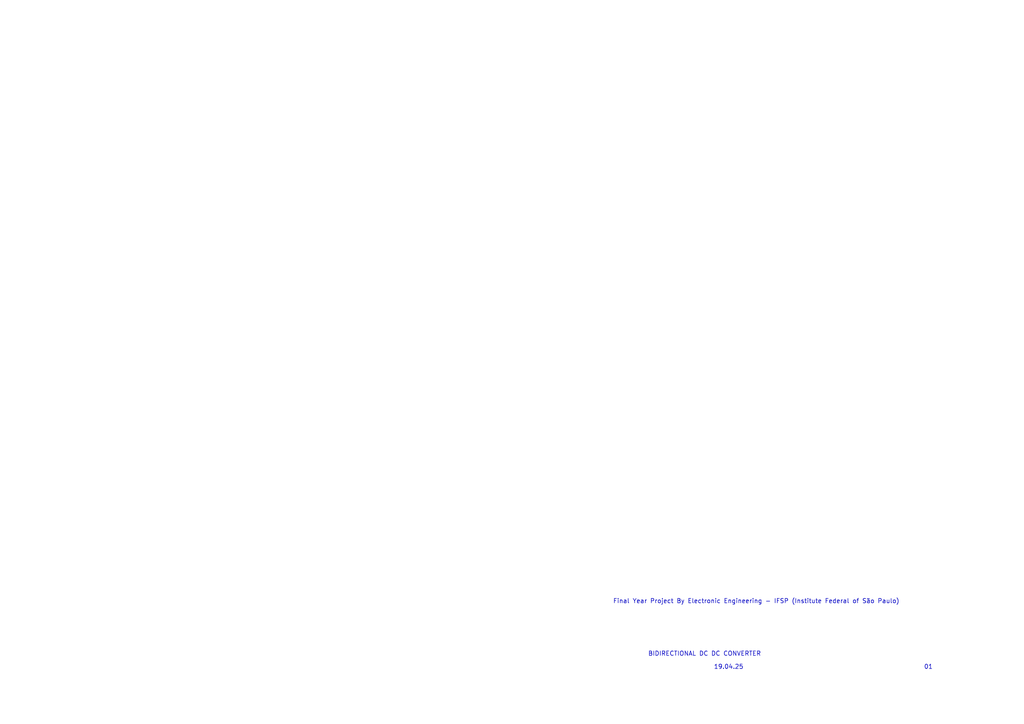
<source format=kicad_sch>
(kicad_sch (version 20211123) (generator eeschema)
  (paper "A4")
  (lib_symbols)
  (text "Final Year Project By Electronic Engineering - IFSP (Institute Federal of São Paulo)" (at 177.8 175.26 0) (effects (font (size 1.27 1.27)) (justify left bottom)))
  (text "19.04.25" (at 207.01 194.31 0) (effects (font (size 1.27 1.27)) (justify left bottom)))
  (text "BIDIRECTIONAL DC DC CONVERTER " (at 187.96 190.5 0) (effects (font (size 1.27 1.27)) (justify left bottom)))
  (text "01" (at 267.97 194.31 0) (effects (font (size 1.27 1.27)) (justify left bottom)))
)
</source>
